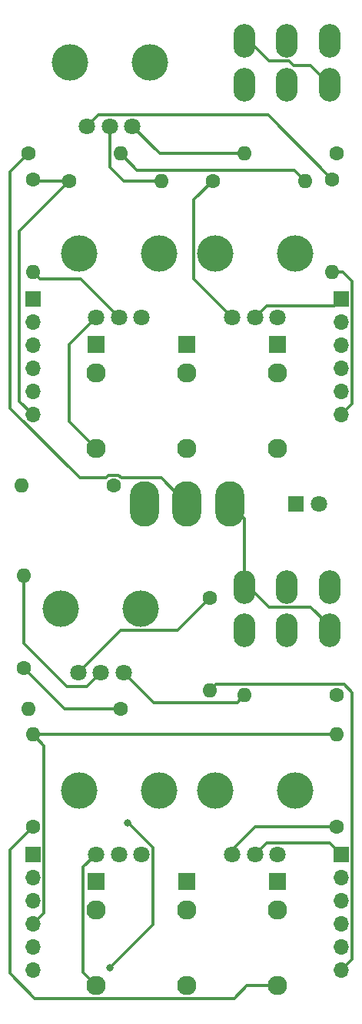
<source format=gtl>
G04 #@! TF.GenerationSoftware,KiCad,Pcbnew,(5.1.9)-1*
G04 #@! TF.CreationDate,2021-10-13T16:02:47+02:00*
G04 #@! TF.ProjectId,MS20-VCF,4d533230-2d56-4434-962e-6b696361645f,rev?*
G04 #@! TF.SameCoordinates,Original*
G04 #@! TF.FileFunction,Copper,L1,Top*
G04 #@! TF.FilePolarity,Positive*
%FSLAX46Y46*%
G04 Gerber Fmt 4.6, Leading zero omitted, Abs format (unit mm)*
G04 Created by KiCad (PCBNEW (5.1.9)-1) date 2021-10-13 16:02:47*
%MOMM*%
%LPD*%
G01*
G04 APERTURE LIST*
G04 #@! TA.AperFunction,WasherPad*
%ADD10C,4.000000*%
G04 #@! TD*
G04 #@! TA.AperFunction,ComponentPad*
%ADD11C,1.800000*%
G04 #@! TD*
G04 #@! TA.AperFunction,ComponentPad*
%ADD12O,1.600000X1.600000*%
G04 #@! TD*
G04 #@! TA.AperFunction,ComponentPad*
%ADD13C,1.600000*%
G04 #@! TD*
G04 #@! TA.AperFunction,ComponentPad*
%ADD14C,2.130000*%
G04 #@! TD*
G04 #@! TA.AperFunction,ComponentPad*
%ADD15R,1.930000X1.830000*%
G04 #@! TD*
G04 #@! TA.AperFunction,ComponentPad*
%ADD16O,1.700000X1.700000*%
G04 #@! TD*
G04 #@! TA.AperFunction,ComponentPad*
%ADD17R,1.700000X1.700000*%
G04 #@! TD*
G04 #@! TA.AperFunction,ComponentPad*
%ADD18O,2.400000X3.700000*%
G04 #@! TD*
G04 #@! TA.AperFunction,ComponentPad*
%ADD19O,3.200000X5.000000*%
G04 #@! TD*
G04 #@! TA.AperFunction,ComponentPad*
%ADD20R,1.800000X1.800000*%
G04 #@! TD*
G04 #@! TA.AperFunction,ViaPad*
%ADD21C,0.800000*%
G04 #@! TD*
G04 #@! TA.AperFunction,Conductor*
%ADD22C,0.300000*%
G04 #@! TD*
G04 APERTURE END LIST*
D10*
X89900000Y-123000000D03*
X81100000Y-123000000D03*
D11*
X88000000Y-130000000D03*
X85500000Y-130000000D03*
X83000000Y-130000000D03*
D12*
X95500000Y-112000000D03*
D13*
X95500000Y-101840000D03*
D10*
X87900000Y-103000000D03*
X79100000Y-103000000D03*
D11*
X86000000Y-110000000D03*
X83500000Y-110000000D03*
X81000000Y-110000000D03*
D14*
X103000000Y-144400000D03*
D15*
X103000000Y-133000000D03*
D14*
X103000000Y-136100000D03*
X93000000Y-144400000D03*
D15*
X93000000Y-133000000D03*
D14*
X93000000Y-136100000D03*
X83000000Y-144400000D03*
D15*
X83000000Y-133000000D03*
D14*
X83000000Y-136100000D03*
D16*
X110000000Y-142700000D03*
X110000000Y-140160000D03*
X110000000Y-137620000D03*
X110000000Y-135080000D03*
X110000000Y-132540000D03*
D17*
X110000000Y-130000000D03*
D16*
X76000000Y-142700000D03*
X76000000Y-140160000D03*
X76000000Y-137620000D03*
X76000000Y-135080000D03*
X76000000Y-132540000D03*
D17*
X76000000Y-130000000D03*
D14*
X103000000Y-85400000D03*
D15*
X103000000Y-74000000D03*
D14*
X103000000Y-77100000D03*
X93000000Y-85400000D03*
D15*
X93000000Y-74000000D03*
D14*
X93000000Y-77100000D03*
D16*
X110000000Y-81700000D03*
X110000000Y-79160000D03*
X110000000Y-76620000D03*
X110000000Y-74080000D03*
X110000000Y-71540000D03*
D17*
X110000000Y-69000000D03*
D16*
X76000000Y-81700000D03*
X76000000Y-79160000D03*
X76000000Y-76620000D03*
X76000000Y-74080000D03*
X76000000Y-71540000D03*
D17*
X76000000Y-69000000D03*
D18*
X108700000Y-100600000D03*
X104000000Y-100600000D03*
X99300000Y-100600000D03*
X108700000Y-105400000D03*
X104000000Y-105400000D03*
X99300000Y-105400000D03*
D19*
X97700000Y-91500000D03*
X93000000Y-91500000D03*
X88300000Y-91500000D03*
D18*
X108700000Y-40600000D03*
X104000000Y-40600000D03*
X99300000Y-40600000D03*
X108700000Y-45400000D03*
X104000000Y-45400000D03*
X99300000Y-45400000D03*
D10*
X104900000Y-123000000D03*
X96100000Y-123000000D03*
D11*
X103000000Y-130000000D03*
X100500000Y-130000000D03*
X98000000Y-130000000D03*
D10*
X104900000Y-64000000D03*
X96100000Y-64000000D03*
D11*
X103000000Y-71000000D03*
X100500000Y-71000000D03*
X98000000Y-71000000D03*
D12*
X76000000Y-116840000D03*
D13*
X76000000Y-127000000D03*
D12*
X109500000Y-116840000D03*
D13*
X109500000Y-127000000D03*
D12*
X99340000Y-112500000D03*
D13*
X109500000Y-112500000D03*
D12*
X75000000Y-99340000D03*
D13*
X75000000Y-109500000D03*
D12*
X75500000Y-114000000D03*
D13*
X85660000Y-114000000D03*
D12*
X85660000Y-53000000D03*
D13*
X75500000Y-53000000D03*
D12*
X106000000Y-56000000D03*
D13*
X95840000Y-56000000D03*
D12*
X99340000Y-53000000D03*
D13*
X109500000Y-53000000D03*
D12*
X109000000Y-66000000D03*
D13*
X109000000Y-55840000D03*
D12*
X90160000Y-56000000D03*
D13*
X80000000Y-56000000D03*
D12*
X76000000Y-66000000D03*
D13*
X76000000Y-55840000D03*
D12*
X74740000Y-89500000D03*
D13*
X84900000Y-89500000D03*
D14*
X83000000Y-85400000D03*
D15*
X83000000Y-74000000D03*
D14*
X83000000Y-77100000D03*
D11*
X107540000Y-91500000D03*
D20*
X105000000Y-91500000D03*
D10*
X88900000Y-43000000D03*
X80100000Y-43000000D03*
D11*
X87000000Y-50000000D03*
X84500000Y-50000000D03*
X82000000Y-50000000D03*
D10*
X89900000Y-64000000D03*
X81100000Y-64000000D03*
D11*
X88000000Y-71000000D03*
X85500000Y-71000000D03*
X83000000Y-71000000D03*
D21*
X84500000Y-142500000D03*
X86459999Y-126540001D03*
D22*
X110131370Y-66000000D02*
X109000000Y-66000000D01*
X111200001Y-67068631D02*
X110131370Y-66000000D01*
X111200001Y-80499999D02*
X111200001Y-67068631D01*
X110000000Y-81700000D02*
X111200001Y-80499999D01*
X111200001Y-141499999D02*
X111200001Y-112200001D01*
X110000000Y-142700000D02*
X111200001Y-141499999D01*
X96150001Y-111349999D02*
X95500000Y-112000000D01*
X110349999Y-111349999D02*
X96150001Y-111349999D01*
X111200001Y-112200001D02*
X110349999Y-111349999D01*
X87509999Y-54849999D02*
X85660000Y-53000000D01*
X104849999Y-54849999D02*
X87509999Y-54849999D01*
X106000000Y-56000000D02*
X104849999Y-54849999D01*
X77200001Y-136419999D02*
X76000000Y-137620000D01*
X77200001Y-118040001D02*
X77200001Y-136419999D01*
X76000000Y-116840000D02*
X77200001Y-118040001D01*
X109500000Y-116840000D02*
X76000000Y-116840000D01*
X81299999Y-66799999D02*
X85500000Y-71000000D01*
X76799999Y-66799999D02*
X81299999Y-66799999D01*
X76000000Y-66000000D02*
X76799999Y-66799999D01*
X83000000Y-85400000D02*
X80000000Y-82400000D01*
X80000000Y-74000000D02*
X83000000Y-71000000D01*
X80000000Y-82400000D02*
X80000000Y-74000000D01*
X81584999Y-142984999D02*
X83000000Y-144400000D01*
X81584999Y-131415001D02*
X81584999Y-142984999D01*
X83000000Y-130000000D02*
X81584999Y-131415001D01*
X90000000Y-53000000D02*
X87000000Y-50000000D01*
X99340000Y-53000000D02*
X90000000Y-53000000D01*
X84500000Y-50000000D02*
X84500000Y-54500000D01*
X86000000Y-56000000D02*
X90160000Y-56000000D01*
X84500000Y-54500000D02*
X86000000Y-56000000D01*
X83250001Y-48749999D02*
X82000000Y-50000000D01*
X101909999Y-48749999D02*
X83250001Y-48749999D01*
X109000000Y-55840000D02*
X101909999Y-48749999D01*
X99340000Y-112500000D02*
X98540001Y-113299999D01*
X86000000Y-110000000D02*
X89299999Y-113299999D01*
X98540001Y-113299999D02*
X89299999Y-113299999D01*
X75000000Y-99340000D02*
X75000000Y-106850002D01*
X81924999Y-111575001D02*
X79724999Y-111575001D01*
X83500000Y-110000000D02*
X81924999Y-111575001D01*
X75000000Y-106850002D02*
X79724999Y-111575001D01*
X85649999Y-105350001D02*
X81000000Y-110000000D01*
X91989999Y-105350001D02*
X85649999Y-105350001D01*
X95500000Y-101840000D02*
X91989999Y-105350001D01*
X84048008Y-88649990D02*
X81173988Y-88649990D01*
X84347999Y-88349999D02*
X84048008Y-88649990D01*
X85452001Y-88349999D02*
X84347999Y-88349999D01*
X81173988Y-88649990D02*
X73500000Y-80976002D01*
X90149990Y-88649990D02*
X85751992Y-88649990D01*
X85751992Y-88649990D02*
X85452001Y-88349999D01*
X93000000Y-91500000D02*
X90149990Y-88649990D01*
X75500000Y-53000000D02*
X73500000Y-55000000D01*
X73500000Y-80976002D02*
X73500000Y-55000000D01*
X76160000Y-56000000D02*
X76000000Y-55840000D01*
X80000000Y-56000000D02*
X76160000Y-56000000D01*
X74500000Y-80200000D02*
X76000000Y-81700000D01*
X74500000Y-61500000D02*
X74500000Y-80200000D01*
X80000000Y-56000000D02*
X74500000Y-61500000D01*
X109250001Y-69749999D02*
X110000000Y-69000000D01*
X101750001Y-69749999D02*
X109250001Y-69749999D01*
X100500000Y-71000000D02*
X101750001Y-69749999D01*
X99800000Y-40600000D02*
X102000010Y-42800010D01*
X106600010Y-43300010D02*
X108700000Y-45400000D01*
X104242055Y-42800010D02*
X102000010Y-42800010D01*
X104742055Y-43300010D02*
X104242055Y-42800010D01*
X106600010Y-43300010D02*
X104742055Y-43300010D01*
X73500000Y-129500000D02*
X76000000Y-127000000D01*
X73500000Y-143100000D02*
X73500000Y-129500000D01*
X98184999Y-145815001D02*
X76215001Y-145815001D01*
X76215001Y-145815001D02*
X73500000Y-143100000D01*
X99600000Y-144400000D02*
X98184999Y-145815001D01*
X103000000Y-144400000D02*
X99600000Y-144400000D01*
X75000000Y-109500000D02*
X79500000Y-114000000D01*
X79500000Y-114000000D02*
X85660000Y-114000000D01*
X86540001Y-126540001D02*
X86459999Y-126540001D01*
X89250001Y-129250001D02*
X86540001Y-126540001D01*
X89250001Y-137749999D02*
X89250001Y-129250001D01*
X84500000Y-142500000D02*
X89250001Y-137749999D01*
X110000000Y-130000000D02*
X109749999Y-130250001D01*
X101750001Y-128749999D02*
X100500000Y-130000000D01*
X108749999Y-128749999D02*
X101750001Y-128749999D01*
X110000000Y-130000000D02*
X108749999Y-128749999D01*
X99800000Y-100600000D02*
X102000010Y-102800010D01*
X102000010Y-102800010D02*
X106600010Y-102800010D01*
X106600010Y-102800010D02*
X108700000Y-104900000D01*
X108700000Y-104900000D02*
X108700000Y-105400000D01*
X98700000Y-100600000D02*
X99800000Y-100600000D01*
X99300000Y-93100000D02*
X97700000Y-91500000D01*
X99300000Y-100600000D02*
X99300000Y-93100000D01*
X93749999Y-66749999D02*
X98000000Y-71000000D01*
X93749999Y-58090001D02*
X93749999Y-66749999D01*
X95840000Y-56000000D02*
X93749999Y-58090001D01*
X98000000Y-129500000D02*
X98000000Y-130000000D01*
X100500000Y-127000000D02*
X98000000Y-129500000D01*
X109500000Y-127000000D02*
X100500000Y-127000000D01*
M02*

</source>
